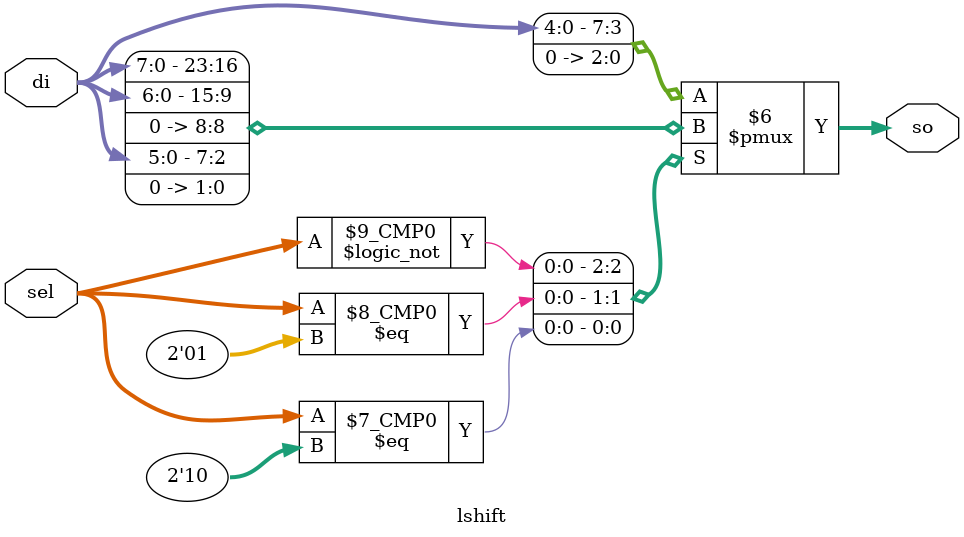
<source format=sv>
	module lshift (di, sel, so);
        input bit [7:0] di;
	input bit [1:0] sel;
	output bit [7:0] so;

	always_comb
	begin
	   case (sel)
	      2'b00   : so = di;
	      2'b01   : so = di << 1;
	      2'b10   : so = di << 2;
	      default : so = di << 3;
	   endcase
	end
        endmodule
</source>
